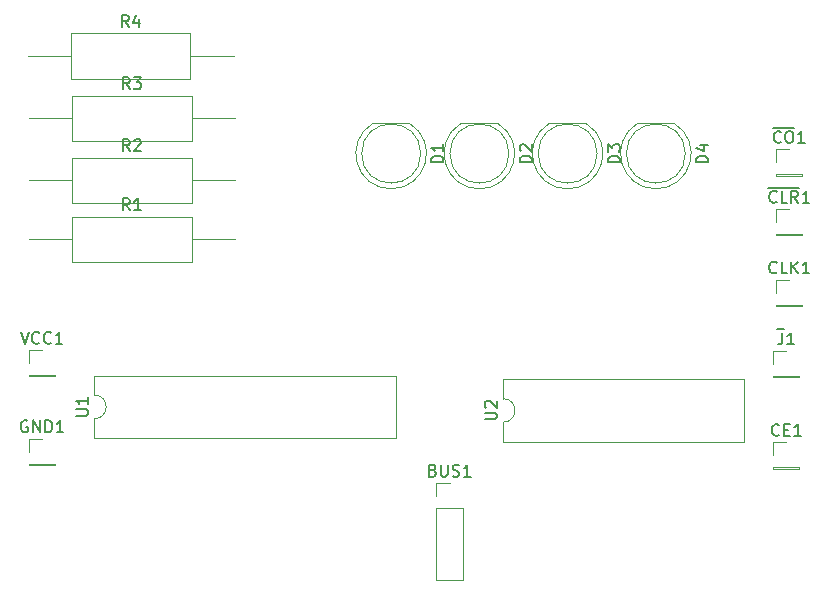
<source format=gto>
%TF.GenerationSoftware,KiCad,Pcbnew,9.0.3-9.0.3-0~ubuntu22.04.1*%
%TF.CreationDate,2025-07-10T12:20:13+05:30*%
%TF.ProjectId,ProgramCounter,50726f67-7261-46d4-936f-756e7465722e,rev?*%
%TF.SameCoordinates,Original*%
%TF.FileFunction,Legend,Top*%
%TF.FilePolarity,Positive*%
%FSLAX46Y46*%
G04 Gerber Fmt 4.6, Leading zero omitted, Abs format (unit mm)*
G04 Created by KiCad (PCBNEW 9.0.3-9.0.3-0~ubuntu22.04.1) date 2025-07-10 12:20:13*
%MOMM*%
%LPD*%
G01*
G04 APERTURE LIST*
%ADD10C,0.150000*%
%ADD11C,0.120000*%
G04 APERTURE END LIST*
D10*
X43423333Y-50534819D02*
X43090000Y-50058628D01*
X42851905Y-50534819D02*
X42851905Y-49534819D01*
X42851905Y-49534819D02*
X43232857Y-49534819D01*
X43232857Y-49534819D02*
X43328095Y-49582438D01*
X43328095Y-49582438D02*
X43375714Y-49630057D01*
X43375714Y-49630057D02*
X43423333Y-49725295D01*
X43423333Y-49725295D02*
X43423333Y-49868152D01*
X43423333Y-49868152D02*
X43375714Y-49963390D01*
X43375714Y-49963390D02*
X43328095Y-50011009D01*
X43328095Y-50011009D02*
X43232857Y-50058628D01*
X43232857Y-50058628D02*
X42851905Y-50058628D01*
X44375714Y-50534819D02*
X43804286Y-50534819D01*
X44090000Y-50534819D02*
X44090000Y-49534819D01*
X44090000Y-49534819D02*
X43994762Y-49677676D01*
X43994762Y-49677676D02*
X43899524Y-49772914D01*
X43899524Y-49772914D02*
X43804286Y-49820533D01*
X38884819Y-67951904D02*
X39694342Y-67951904D01*
X39694342Y-67951904D02*
X39789580Y-67904285D01*
X39789580Y-67904285D02*
X39837200Y-67856666D01*
X39837200Y-67856666D02*
X39884819Y-67761428D01*
X39884819Y-67761428D02*
X39884819Y-67570952D01*
X39884819Y-67570952D02*
X39837200Y-67475714D01*
X39837200Y-67475714D02*
X39789580Y-67428095D01*
X39789580Y-67428095D02*
X39694342Y-67380476D01*
X39694342Y-67380476D02*
X38884819Y-67380476D01*
X39884819Y-66380476D02*
X39884819Y-66951904D01*
X39884819Y-66666190D02*
X38884819Y-66666190D01*
X38884819Y-66666190D02*
X39027676Y-66761428D01*
X39027676Y-66761428D02*
X39122914Y-66856666D01*
X39122914Y-66856666D02*
X39170533Y-66951904D01*
X73484819Y-68256904D02*
X74294342Y-68256904D01*
X74294342Y-68256904D02*
X74389580Y-68209285D01*
X74389580Y-68209285D02*
X74437200Y-68161666D01*
X74437200Y-68161666D02*
X74484819Y-68066428D01*
X74484819Y-68066428D02*
X74484819Y-67875952D01*
X74484819Y-67875952D02*
X74437200Y-67780714D01*
X74437200Y-67780714D02*
X74389580Y-67733095D01*
X74389580Y-67733095D02*
X74294342Y-67685476D01*
X74294342Y-67685476D02*
X73484819Y-67685476D01*
X73580057Y-67256904D02*
X73532438Y-67209285D01*
X73532438Y-67209285D02*
X73484819Y-67114047D01*
X73484819Y-67114047D02*
X73484819Y-66875952D01*
X73484819Y-66875952D02*
X73532438Y-66780714D01*
X73532438Y-66780714D02*
X73580057Y-66733095D01*
X73580057Y-66733095D02*
X73675295Y-66685476D01*
X73675295Y-66685476D02*
X73770533Y-66685476D01*
X73770533Y-66685476D02*
X73913390Y-66733095D01*
X73913390Y-66733095D02*
X74484819Y-67304523D01*
X74484819Y-67304523D02*
X74484819Y-66685476D01*
X84914819Y-46483094D02*
X83914819Y-46483094D01*
X83914819Y-46483094D02*
X83914819Y-46244999D01*
X83914819Y-46244999D02*
X83962438Y-46102142D01*
X83962438Y-46102142D02*
X84057676Y-46006904D01*
X84057676Y-46006904D02*
X84152914Y-45959285D01*
X84152914Y-45959285D02*
X84343390Y-45911666D01*
X84343390Y-45911666D02*
X84486247Y-45911666D01*
X84486247Y-45911666D02*
X84676723Y-45959285D01*
X84676723Y-45959285D02*
X84771961Y-46006904D01*
X84771961Y-46006904D02*
X84867200Y-46102142D01*
X84867200Y-46102142D02*
X84914819Y-46244999D01*
X84914819Y-46244999D02*
X84914819Y-46483094D01*
X83914819Y-45578332D02*
X83914819Y-44959285D01*
X83914819Y-44959285D02*
X84295771Y-45292618D01*
X84295771Y-45292618D02*
X84295771Y-45149761D01*
X84295771Y-45149761D02*
X84343390Y-45054523D01*
X84343390Y-45054523D02*
X84391009Y-45006904D01*
X84391009Y-45006904D02*
X84486247Y-44959285D01*
X84486247Y-44959285D02*
X84724342Y-44959285D01*
X84724342Y-44959285D02*
X84819580Y-45006904D01*
X84819580Y-45006904D02*
X84867200Y-45054523D01*
X84867200Y-45054523D02*
X84914819Y-45149761D01*
X84914819Y-45149761D02*
X84914819Y-45435475D01*
X84914819Y-45435475D02*
X84867200Y-45530713D01*
X84867200Y-45530713D02*
X84819580Y-45578332D01*
X98559523Y-44749580D02*
X98511904Y-44797200D01*
X98511904Y-44797200D02*
X98369047Y-44844819D01*
X98369047Y-44844819D02*
X98273809Y-44844819D01*
X98273809Y-44844819D02*
X98130952Y-44797200D01*
X98130952Y-44797200D02*
X98035714Y-44701961D01*
X98035714Y-44701961D02*
X97988095Y-44606723D01*
X97988095Y-44606723D02*
X97940476Y-44416247D01*
X97940476Y-44416247D02*
X97940476Y-44273390D01*
X97940476Y-44273390D02*
X97988095Y-44082914D01*
X97988095Y-44082914D02*
X98035714Y-43987676D01*
X98035714Y-43987676D02*
X98130952Y-43892438D01*
X98130952Y-43892438D02*
X98273809Y-43844819D01*
X98273809Y-43844819D02*
X98369047Y-43844819D01*
X98369047Y-43844819D02*
X98511904Y-43892438D01*
X98511904Y-43892438D02*
X98559523Y-43940057D01*
X99178571Y-43844819D02*
X99369047Y-43844819D01*
X99369047Y-43844819D02*
X99464285Y-43892438D01*
X99464285Y-43892438D02*
X99559523Y-43987676D01*
X99559523Y-43987676D02*
X99607142Y-44178152D01*
X99607142Y-44178152D02*
X99607142Y-44511485D01*
X99607142Y-44511485D02*
X99559523Y-44701961D01*
X99559523Y-44701961D02*
X99464285Y-44797200D01*
X99464285Y-44797200D02*
X99369047Y-44844819D01*
X99369047Y-44844819D02*
X99178571Y-44844819D01*
X99178571Y-44844819D02*
X99083333Y-44797200D01*
X99083333Y-44797200D02*
X98988095Y-44701961D01*
X98988095Y-44701961D02*
X98940476Y-44511485D01*
X98940476Y-44511485D02*
X98940476Y-44178152D01*
X98940476Y-44178152D02*
X98988095Y-43987676D01*
X98988095Y-43987676D02*
X99083333Y-43892438D01*
X99083333Y-43892438D02*
X99178571Y-43844819D01*
X97850000Y-43567200D02*
X99697619Y-43567200D01*
X100559523Y-44844819D02*
X99988095Y-44844819D01*
X100273809Y-44844819D02*
X100273809Y-43844819D01*
X100273809Y-43844819D02*
X100178571Y-43987676D01*
X100178571Y-43987676D02*
X100083333Y-44082914D01*
X100083333Y-44082914D02*
X99988095Y-44130533D01*
X34761904Y-68392438D02*
X34666666Y-68344819D01*
X34666666Y-68344819D02*
X34523809Y-68344819D01*
X34523809Y-68344819D02*
X34380952Y-68392438D01*
X34380952Y-68392438D02*
X34285714Y-68487676D01*
X34285714Y-68487676D02*
X34238095Y-68582914D01*
X34238095Y-68582914D02*
X34190476Y-68773390D01*
X34190476Y-68773390D02*
X34190476Y-68916247D01*
X34190476Y-68916247D02*
X34238095Y-69106723D01*
X34238095Y-69106723D02*
X34285714Y-69201961D01*
X34285714Y-69201961D02*
X34380952Y-69297200D01*
X34380952Y-69297200D02*
X34523809Y-69344819D01*
X34523809Y-69344819D02*
X34619047Y-69344819D01*
X34619047Y-69344819D02*
X34761904Y-69297200D01*
X34761904Y-69297200D02*
X34809523Y-69249580D01*
X34809523Y-69249580D02*
X34809523Y-68916247D01*
X34809523Y-68916247D02*
X34619047Y-68916247D01*
X35238095Y-69344819D02*
X35238095Y-68344819D01*
X35238095Y-68344819D02*
X35809523Y-69344819D01*
X35809523Y-69344819D02*
X35809523Y-68344819D01*
X36285714Y-69344819D02*
X36285714Y-68344819D01*
X36285714Y-68344819D02*
X36523809Y-68344819D01*
X36523809Y-68344819D02*
X36666666Y-68392438D01*
X36666666Y-68392438D02*
X36761904Y-68487676D01*
X36761904Y-68487676D02*
X36809523Y-68582914D01*
X36809523Y-68582914D02*
X36857142Y-68773390D01*
X36857142Y-68773390D02*
X36857142Y-68916247D01*
X36857142Y-68916247D02*
X36809523Y-69106723D01*
X36809523Y-69106723D02*
X36761904Y-69201961D01*
X36761904Y-69201961D02*
X36666666Y-69297200D01*
X36666666Y-69297200D02*
X36523809Y-69344819D01*
X36523809Y-69344819D02*
X36285714Y-69344819D01*
X37809523Y-69344819D02*
X37238095Y-69344819D01*
X37523809Y-69344819D02*
X37523809Y-68344819D01*
X37523809Y-68344819D02*
X37428571Y-68487676D01*
X37428571Y-68487676D02*
X37333333Y-68582914D01*
X37333333Y-68582914D02*
X37238095Y-68630533D01*
X98198571Y-49804580D02*
X98150952Y-49852200D01*
X98150952Y-49852200D02*
X98008095Y-49899819D01*
X98008095Y-49899819D02*
X97912857Y-49899819D01*
X97912857Y-49899819D02*
X97770000Y-49852200D01*
X97770000Y-49852200D02*
X97674762Y-49756961D01*
X97674762Y-49756961D02*
X97627143Y-49661723D01*
X97627143Y-49661723D02*
X97579524Y-49471247D01*
X97579524Y-49471247D02*
X97579524Y-49328390D01*
X97579524Y-49328390D02*
X97627143Y-49137914D01*
X97627143Y-49137914D02*
X97674762Y-49042676D01*
X97674762Y-49042676D02*
X97770000Y-48947438D01*
X97770000Y-48947438D02*
X97912857Y-48899819D01*
X97912857Y-48899819D02*
X98008095Y-48899819D01*
X98008095Y-48899819D02*
X98150952Y-48947438D01*
X98150952Y-48947438D02*
X98198571Y-48995057D01*
X99103333Y-49899819D02*
X98627143Y-49899819D01*
X98627143Y-49899819D02*
X98627143Y-48899819D01*
X100008095Y-49899819D02*
X99674762Y-49423628D01*
X99436667Y-49899819D02*
X99436667Y-48899819D01*
X99436667Y-48899819D02*
X99817619Y-48899819D01*
X99817619Y-48899819D02*
X99912857Y-48947438D01*
X99912857Y-48947438D02*
X99960476Y-48995057D01*
X99960476Y-48995057D02*
X100008095Y-49090295D01*
X100008095Y-49090295D02*
X100008095Y-49233152D01*
X100008095Y-49233152D02*
X99960476Y-49328390D01*
X99960476Y-49328390D02*
X99912857Y-49376009D01*
X99912857Y-49376009D02*
X99817619Y-49423628D01*
X99817619Y-49423628D02*
X99436667Y-49423628D01*
X97489048Y-48622200D02*
X100098572Y-48622200D01*
X100960476Y-49899819D02*
X100389048Y-49899819D01*
X100674762Y-49899819D02*
X100674762Y-48899819D01*
X100674762Y-48899819D02*
X100579524Y-49042676D01*
X100579524Y-49042676D02*
X100484286Y-49137914D01*
X100484286Y-49137914D02*
X100389048Y-49185533D01*
X98198571Y-55804580D02*
X98150952Y-55852200D01*
X98150952Y-55852200D02*
X98008095Y-55899819D01*
X98008095Y-55899819D02*
X97912857Y-55899819D01*
X97912857Y-55899819D02*
X97770000Y-55852200D01*
X97770000Y-55852200D02*
X97674762Y-55756961D01*
X97674762Y-55756961D02*
X97627143Y-55661723D01*
X97627143Y-55661723D02*
X97579524Y-55471247D01*
X97579524Y-55471247D02*
X97579524Y-55328390D01*
X97579524Y-55328390D02*
X97627143Y-55137914D01*
X97627143Y-55137914D02*
X97674762Y-55042676D01*
X97674762Y-55042676D02*
X97770000Y-54947438D01*
X97770000Y-54947438D02*
X97912857Y-54899819D01*
X97912857Y-54899819D02*
X98008095Y-54899819D01*
X98008095Y-54899819D02*
X98150952Y-54947438D01*
X98150952Y-54947438D02*
X98198571Y-54995057D01*
X99103333Y-55899819D02*
X98627143Y-55899819D01*
X98627143Y-55899819D02*
X98627143Y-54899819D01*
X99436667Y-55899819D02*
X99436667Y-54899819D01*
X100008095Y-55899819D02*
X99579524Y-55328390D01*
X100008095Y-54899819D02*
X99436667Y-55471247D01*
X100960476Y-55899819D02*
X100389048Y-55899819D01*
X100674762Y-55899819D02*
X100674762Y-54899819D01*
X100674762Y-54899819D02*
X100579524Y-55042676D01*
X100579524Y-55042676D02*
X100484286Y-55137914D01*
X100484286Y-55137914D02*
X100389048Y-55185533D01*
X77444819Y-46483094D02*
X76444819Y-46483094D01*
X76444819Y-46483094D02*
X76444819Y-46244999D01*
X76444819Y-46244999D02*
X76492438Y-46102142D01*
X76492438Y-46102142D02*
X76587676Y-46006904D01*
X76587676Y-46006904D02*
X76682914Y-45959285D01*
X76682914Y-45959285D02*
X76873390Y-45911666D01*
X76873390Y-45911666D02*
X77016247Y-45911666D01*
X77016247Y-45911666D02*
X77206723Y-45959285D01*
X77206723Y-45959285D02*
X77301961Y-46006904D01*
X77301961Y-46006904D02*
X77397200Y-46102142D01*
X77397200Y-46102142D02*
X77444819Y-46244999D01*
X77444819Y-46244999D02*
X77444819Y-46483094D01*
X76540057Y-45530713D02*
X76492438Y-45483094D01*
X76492438Y-45483094D02*
X76444819Y-45387856D01*
X76444819Y-45387856D02*
X76444819Y-45149761D01*
X76444819Y-45149761D02*
X76492438Y-45054523D01*
X76492438Y-45054523D02*
X76540057Y-45006904D01*
X76540057Y-45006904D02*
X76635295Y-44959285D01*
X76635295Y-44959285D02*
X76730533Y-44959285D01*
X76730533Y-44959285D02*
X76873390Y-45006904D01*
X76873390Y-45006904D02*
X77444819Y-45578332D01*
X77444819Y-45578332D02*
X77444819Y-44959285D01*
X92384819Y-46483094D02*
X91384819Y-46483094D01*
X91384819Y-46483094D02*
X91384819Y-46244999D01*
X91384819Y-46244999D02*
X91432438Y-46102142D01*
X91432438Y-46102142D02*
X91527676Y-46006904D01*
X91527676Y-46006904D02*
X91622914Y-45959285D01*
X91622914Y-45959285D02*
X91813390Y-45911666D01*
X91813390Y-45911666D02*
X91956247Y-45911666D01*
X91956247Y-45911666D02*
X92146723Y-45959285D01*
X92146723Y-45959285D02*
X92241961Y-46006904D01*
X92241961Y-46006904D02*
X92337200Y-46102142D01*
X92337200Y-46102142D02*
X92384819Y-46244999D01*
X92384819Y-46244999D02*
X92384819Y-46483094D01*
X91718152Y-45054523D02*
X92384819Y-45054523D01*
X91337200Y-45292618D02*
X92051485Y-45530713D01*
X92051485Y-45530713D02*
X92051485Y-44911666D01*
X43423333Y-45534819D02*
X43090000Y-45058628D01*
X42851905Y-45534819D02*
X42851905Y-44534819D01*
X42851905Y-44534819D02*
X43232857Y-44534819D01*
X43232857Y-44534819D02*
X43328095Y-44582438D01*
X43328095Y-44582438D02*
X43375714Y-44630057D01*
X43375714Y-44630057D02*
X43423333Y-44725295D01*
X43423333Y-44725295D02*
X43423333Y-44868152D01*
X43423333Y-44868152D02*
X43375714Y-44963390D01*
X43375714Y-44963390D02*
X43328095Y-45011009D01*
X43328095Y-45011009D02*
X43232857Y-45058628D01*
X43232857Y-45058628D02*
X42851905Y-45058628D01*
X43804286Y-44630057D02*
X43851905Y-44582438D01*
X43851905Y-44582438D02*
X43947143Y-44534819D01*
X43947143Y-44534819D02*
X44185238Y-44534819D01*
X44185238Y-44534819D02*
X44280476Y-44582438D01*
X44280476Y-44582438D02*
X44328095Y-44630057D01*
X44328095Y-44630057D02*
X44375714Y-44725295D01*
X44375714Y-44725295D02*
X44375714Y-44820533D01*
X44375714Y-44820533D02*
X44328095Y-44963390D01*
X44328095Y-44963390D02*
X43756667Y-45534819D01*
X43756667Y-45534819D02*
X44375714Y-45534819D01*
X98686666Y-60899819D02*
X98686666Y-61614104D01*
X98686666Y-61614104D02*
X98639047Y-61756961D01*
X98639047Y-61756961D02*
X98543809Y-61852200D01*
X98543809Y-61852200D02*
X98400952Y-61899819D01*
X98400952Y-61899819D02*
X98305714Y-61899819D01*
X98262857Y-60622200D02*
X98824762Y-60622200D01*
X99686666Y-61899819D02*
X99115238Y-61899819D01*
X99400952Y-61899819D02*
X99400952Y-60899819D01*
X99400952Y-60899819D02*
X99305714Y-61042676D01*
X99305714Y-61042676D02*
X99210476Y-61137914D01*
X99210476Y-61137914D02*
X99115238Y-61185533D01*
X34190476Y-60844819D02*
X34523809Y-61844819D01*
X34523809Y-61844819D02*
X34857142Y-60844819D01*
X35761904Y-61749580D02*
X35714285Y-61797200D01*
X35714285Y-61797200D02*
X35571428Y-61844819D01*
X35571428Y-61844819D02*
X35476190Y-61844819D01*
X35476190Y-61844819D02*
X35333333Y-61797200D01*
X35333333Y-61797200D02*
X35238095Y-61701961D01*
X35238095Y-61701961D02*
X35190476Y-61606723D01*
X35190476Y-61606723D02*
X35142857Y-61416247D01*
X35142857Y-61416247D02*
X35142857Y-61273390D01*
X35142857Y-61273390D02*
X35190476Y-61082914D01*
X35190476Y-61082914D02*
X35238095Y-60987676D01*
X35238095Y-60987676D02*
X35333333Y-60892438D01*
X35333333Y-60892438D02*
X35476190Y-60844819D01*
X35476190Y-60844819D02*
X35571428Y-60844819D01*
X35571428Y-60844819D02*
X35714285Y-60892438D01*
X35714285Y-60892438D02*
X35761904Y-60940057D01*
X36761904Y-61749580D02*
X36714285Y-61797200D01*
X36714285Y-61797200D02*
X36571428Y-61844819D01*
X36571428Y-61844819D02*
X36476190Y-61844819D01*
X36476190Y-61844819D02*
X36333333Y-61797200D01*
X36333333Y-61797200D02*
X36238095Y-61701961D01*
X36238095Y-61701961D02*
X36190476Y-61606723D01*
X36190476Y-61606723D02*
X36142857Y-61416247D01*
X36142857Y-61416247D02*
X36142857Y-61273390D01*
X36142857Y-61273390D02*
X36190476Y-61082914D01*
X36190476Y-61082914D02*
X36238095Y-60987676D01*
X36238095Y-60987676D02*
X36333333Y-60892438D01*
X36333333Y-60892438D02*
X36476190Y-60844819D01*
X36476190Y-60844819D02*
X36571428Y-60844819D01*
X36571428Y-60844819D02*
X36714285Y-60892438D01*
X36714285Y-60892438D02*
X36761904Y-60940057D01*
X37714285Y-61844819D02*
X37142857Y-61844819D01*
X37428571Y-61844819D02*
X37428571Y-60844819D01*
X37428571Y-60844819D02*
X37333333Y-60987676D01*
X37333333Y-60987676D02*
X37238095Y-61082914D01*
X37238095Y-61082914D02*
X37142857Y-61130533D01*
X69974819Y-46483094D02*
X68974819Y-46483094D01*
X68974819Y-46483094D02*
X68974819Y-46244999D01*
X68974819Y-46244999D02*
X69022438Y-46102142D01*
X69022438Y-46102142D02*
X69117676Y-46006904D01*
X69117676Y-46006904D02*
X69212914Y-45959285D01*
X69212914Y-45959285D02*
X69403390Y-45911666D01*
X69403390Y-45911666D02*
X69546247Y-45911666D01*
X69546247Y-45911666D02*
X69736723Y-45959285D01*
X69736723Y-45959285D02*
X69831961Y-46006904D01*
X69831961Y-46006904D02*
X69927200Y-46102142D01*
X69927200Y-46102142D02*
X69974819Y-46244999D01*
X69974819Y-46244999D02*
X69974819Y-46483094D01*
X69974819Y-44959285D02*
X69974819Y-45530713D01*
X69974819Y-45244999D02*
X68974819Y-45244999D01*
X68974819Y-45244999D02*
X69117676Y-45340237D01*
X69117676Y-45340237D02*
X69212914Y-45435475D01*
X69212914Y-45435475D02*
X69260533Y-45530713D01*
X98400952Y-69554580D02*
X98353333Y-69602200D01*
X98353333Y-69602200D02*
X98210476Y-69649819D01*
X98210476Y-69649819D02*
X98115238Y-69649819D01*
X98115238Y-69649819D02*
X97972381Y-69602200D01*
X97972381Y-69602200D02*
X97877143Y-69506961D01*
X97877143Y-69506961D02*
X97829524Y-69411723D01*
X97829524Y-69411723D02*
X97781905Y-69221247D01*
X97781905Y-69221247D02*
X97781905Y-69078390D01*
X97781905Y-69078390D02*
X97829524Y-68887914D01*
X97829524Y-68887914D02*
X97877143Y-68792676D01*
X97877143Y-68792676D02*
X97972381Y-68697438D01*
X97972381Y-68697438D02*
X98115238Y-68649819D01*
X98115238Y-68649819D02*
X98210476Y-68649819D01*
X98210476Y-68649819D02*
X98353333Y-68697438D01*
X98353333Y-68697438D02*
X98400952Y-68745057D01*
X98829524Y-69126009D02*
X99162857Y-69126009D01*
X99305714Y-69649819D02*
X98829524Y-69649819D01*
X98829524Y-69649819D02*
X98829524Y-68649819D01*
X98829524Y-68649819D02*
X99305714Y-68649819D01*
X100258095Y-69649819D02*
X99686667Y-69649819D01*
X99972381Y-69649819D02*
X99972381Y-68649819D01*
X99972381Y-68649819D02*
X99877143Y-68792676D01*
X99877143Y-68792676D02*
X99781905Y-68887914D01*
X99781905Y-68887914D02*
X99686667Y-68935533D01*
X43333333Y-35034819D02*
X43000000Y-34558628D01*
X42761905Y-35034819D02*
X42761905Y-34034819D01*
X42761905Y-34034819D02*
X43142857Y-34034819D01*
X43142857Y-34034819D02*
X43238095Y-34082438D01*
X43238095Y-34082438D02*
X43285714Y-34130057D01*
X43285714Y-34130057D02*
X43333333Y-34225295D01*
X43333333Y-34225295D02*
X43333333Y-34368152D01*
X43333333Y-34368152D02*
X43285714Y-34463390D01*
X43285714Y-34463390D02*
X43238095Y-34511009D01*
X43238095Y-34511009D02*
X43142857Y-34558628D01*
X43142857Y-34558628D02*
X42761905Y-34558628D01*
X44190476Y-34368152D02*
X44190476Y-35034819D01*
X43952381Y-33987200D02*
X43714286Y-34701485D01*
X43714286Y-34701485D02*
X44333333Y-34701485D01*
X69095238Y-72571009D02*
X69238095Y-72618628D01*
X69238095Y-72618628D02*
X69285714Y-72666247D01*
X69285714Y-72666247D02*
X69333333Y-72761485D01*
X69333333Y-72761485D02*
X69333333Y-72904342D01*
X69333333Y-72904342D02*
X69285714Y-72999580D01*
X69285714Y-72999580D02*
X69238095Y-73047200D01*
X69238095Y-73047200D02*
X69142857Y-73094819D01*
X69142857Y-73094819D02*
X68761905Y-73094819D01*
X68761905Y-73094819D02*
X68761905Y-72094819D01*
X68761905Y-72094819D02*
X69095238Y-72094819D01*
X69095238Y-72094819D02*
X69190476Y-72142438D01*
X69190476Y-72142438D02*
X69238095Y-72190057D01*
X69238095Y-72190057D02*
X69285714Y-72285295D01*
X69285714Y-72285295D02*
X69285714Y-72380533D01*
X69285714Y-72380533D02*
X69238095Y-72475771D01*
X69238095Y-72475771D02*
X69190476Y-72523390D01*
X69190476Y-72523390D02*
X69095238Y-72571009D01*
X69095238Y-72571009D02*
X68761905Y-72571009D01*
X69761905Y-72094819D02*
X69761905Y-72904342D01*
X69761905Y-72904342D02*
X69809524Y-72999580D01*
X69809524Y-72999580D02*
X69857143Y-73047200D01*
X69857143Y-73047200D02*
X69952381Y-73094819D01*
X69952381Y-73094819D02*
X70142857Y-73094819D01*
X70142857Y-73094819D02*
X70238095Y-73047200D01*
X70238095Y-73047200D02*
X70285714Y-72999580D01*
X70285714Y-72999580D02*
X70333333Y-72904342D01*
X70333333Y-72904342D02*
X70333333Y-72094819D01*
X70761905Y-73047200D02*
X70904762Y-73094819D01*
X70904762Y-73094819D02*
X71142857Y-73094819D01*
X71142857Y-73094819D02*
X71238095Y-73047200D01*
X71238095Y-73047200D02*
X71285714Y-72999580D01*
X71285714Y-72999580D02*
X71333333Y-72904342D01*
X71333333Y-72904342D02*
X71333333Y-72809104D01*
X71333333Y-72809104D02*
X71285714Y-72713866D01*
X71285714Y-72713866D02*
X71238095Y-72666247D01*
X71238095Y-72666247D02*
X71142857Y-72618628D01*
X71142857Y-72618628D02*
X70952381Y-72571009D01*
X70952381Y-72571009D02*
X70857143Y-72523390D01*
X70857143Y-72523390D02*
X70809524Y-72475771D01*
X70809524Y-72475771D02*
X70761905Y-72380533D01*
X70761905Y-72380533D02*
X70761905Y-72285295D01*
X70761905Y-72285295D02*
X70809524Y-72190057D01*
X70809524Y-72190057D02*
X70857143Y-72142438D01*
X70857143Y-72142438D02*
X70952381Y-72094819D01*
X70952381Y-72094819D02*
X71190476Y-72094819D01*
X71190476Y-72094819D02*
X71333333Y-72142438D01*
X72285714Y-73094819D02*
X71714286Y-73094819D01*
X72000000Y-73094819D02*
X72000000Y-72094819D01*
X72000000Y-72094819D02*
X71904762Y-72237676D01*
X71904762Y-72237676D02*
X71809524Y-72332914D01*
X71809524Y-72332914D02*
X71714286Y-72380533D01*
X43423333Y-40284819D02*
X43090000Y-39808628D01*
X42851905Y-40284819D02*
X42851905Y-39284819D01*
X42851905Y-39284819D02*
X43232857Y-39284819D01*
X43232857Y-39284819D02*
X43328095Y-39332438D01*
X43328095Y-39332438D02*
X43375714Y-39380057D01*
X43375714Y-39380057D02*
X43423333Y-39475295D01*
X43423333Y-39475295D02*
X43423333Y-39618152D01*
X43423333Y-39618152D02*
X43375714Y-39713390D01*
X43375714Y-39713390D02*
X43328095Y-39761009D01*
X43328095Y-39761009D02*
X43232857Y-39808628D01*
X43232857Y-39808628D02*
X42851905Y-39808628D01*
X43756667Y-39284819D02*
X44375714Y-39284819D01*
X44375714Y-39284819D02*
X44042381Y-39665771D01*
X44042381Y-39665771D02*
X44185238Y-39665771D01*
X44185238Y-39665771D02*
X44280476Y-39713390D01*
X44280476Y-39713390D02*
X44328095Y-39761009D01*
X44328095Y-39761009D02*
X44375714Y-39856247D01*
X44375714Y-39856247D02*
X44375714Y-40094342D01*
X44375714Y-40094342D02*
X44328095Y-40189580D01*
X44328095Y-40189580D02*
X44280476Y-40237200D01*
X44280476Y-40237200D02*
X44185238Y-40284819D01*
X44185238Y-40284819D02*
X43899524Y-40284819D01*
X43899524Y-40284819D02*
X43804286Y-40237200D01*
X43804286Y-40237200D02*
X43756667Y-40189580D01*
D11*
%TO.C,R1*%
X34870000Y-53000000D02*
X38520000Y-53000000D01*
X52310000Y-53000000D02*
X48660000Y-53000000D01*
X38520000Y-51080000D02*
X48660000Y-51080000D01*
X48660000Y-54920000D01*
X38520000Y-54920000D01*
X38520000Y-51080000D01*
%TO.C,U1*%
X40430000Y-64540000D02*
X40430000Y-66190000D01*
X40430000Y-68190000D02*
X40430000Y-69840000D01*
X40430000Y-69840000D02*
X65950000Y-69840000D01*
X65950000Y-64540000D02*
X40430000Y-64540000D01*
X65950000Y-69840000D02*
X65950000Y-64540000D01*
X40430000Y-66190000D02*
G75*
G02*
X40430000Y-68190000I0J-1000000D01*
G01*
%TO.C,U2*%
X75030000Y-64845000D02*
X75030000Y-66495000D01*
X75030000Y-68495000D02*
X75030000Y-70145000D01*
X75030000Y-70145000D02*
X95470000Y-70145000D01*
X95470000Y-64845000D02*
X75030000Y-64845000D01*
X95470000Y-70145000D02*
X95470000Y-64845000D01*
X75030000Y-66495000D02*
G75*
G02*
X75030000Y-68495000I0J-1000000D01*
G01*
%TO.C,D3*%
X82045000Y-43185000D02*
X78955000Y-43185000D01*
X80500000Y-48735000D02*
G75*
G02*
X78955170Y-43185000I0J2990000D01*
G01*
X82044830Y-43185000D02*
G75*
G02*
X80500000Y-48735000I-1544830J-2560000D01*
G01*
X83000000Y-45745000D02*
G75*
G02*
X78000000Y-45745000I-2500000J0D01*
G01*
X78000000Y-45745000D02*
G75*
G02*
X83000000Y-45745000I2500000J0D01*
G01*
%TO.C,~{CO}1*%
X98140000Y-45390000D02*
X99250000Y-45390000D01*
X98140000Y-46500000D02*
X98140000Y-45390000D01*
X98140000Y-47500000D02*
X98140000Y-47610000D01*
X98140000Y-47500000D02*
X100360000Y-47500000D01*
X98140000Y-47610000D02*
X100360000Y-47610000D01*
X100360000Y-47500000D02*
X100360000Y-47610000D01*
%TO.C,GND1*%
X34890000Y-69890000D02*
X36000000Y-69890000D01*
X34890000Y-71000000D02*
X34890000Y-69890000D01*
X34890000Y-72000000D02*
X34890000Y-72110000D01*
X34890000Y-72000000D02*
X37110000Y-72000000D01*
X34890000Y-72110000D02*
X37110000Y-72110000D01*
X37110000Y-72000000D02*
X37110000Y-72110000D01*
%TO.C,~{CLR}1*%
X98160000Y-50445000D02*
X99270000Y-50445000D01*
X98160000Y-51555000D02*
X98160000Y-50445000D01*
X98160000Y-52555000D02*
X98160000Y-52665000D01*
X98160000Y-52555000D02*
X100380000Y-52555000D01*
X98160000Y-52665000D02*
X100380000Y-52665000D01*
X100380000Y-52555000D02*
X100380000Y-52665000D01*
%TO.C,CLK1*%
X98160000Y-56445000D02*
X99270000Y-56445000D01*
X98160000Y-57555000D02*
X98160000Y-56445000D01*
X98160000Y-58555000D02*
X98160000Y-58665000D01*
X98160000Y-58555000D02*
X100380000Y-58555000D01*
X98160000Y-58665000D02*
X100380000Y-58665000D01*
X100380000Y-58555000D02*
X100380000Y-58665000D01*
%TO.C,D2*%
X74575000Y-43185000D02*
X71485000Y-43185000D01*
X73030000Y-48735000D02*
G75*
G02*
X71485170Y-43185000I0J2990000D01*
G01*
X74574830Y-43185000D02*
G75*
G02*
X73030000Y-48735000I-1544830J-2560000D01*
G01*
X75530000Y-45745000D02*
G75*
G02*
X70530000Y-45745000I-2500000J0D01*
G01*
X70530000Y-45745000D02*
G75*
G02*
X75530000Y-45745000I2500000J0D01*
G01*
%TO.C,D4*%
X89515000Y-43185000D02*
X86425000Y-43185000D01*
X87970000Y-48735000D02*
G75*
G02*
X86425170Y-43185000I0J2990000D01*
G01*
X89514830Y-43185000D02*
G75*
G02*
X87970000Y-48735000I-1544830J-2560000D01*
G01*
X90470000Y-45745000D02*
G75*
G02*
X85470000Y-45745000I-2500000J0D01*
G01*
X85470000Y-45745000D02*
G75*
G02*
X90470000Y-45745000I2500000J0D01*
G01*
%TO.C,R2*%
X34870000Y-48000000D02*
X38520000Y-48000000D01*
X52310000Y-48000000D02*
X48660000Y-48000000D01*
X38520000Y-46080000D02*
X48660000Y-46080000D01*
X48660000Y-49920000D01*
X38520000Y-49920000D01*
X38520000Y-46080000D01*
%TO.C,~{J}1*%
X97910000Y-62445000D02*
X99020000Y-62445000D01*
X97910000Y-63555000D02*
X97910000Y-62445000D01*
X97910000Y-64555000D02*
X97910000Y-64665000D01*
X97910000Y-64555000D02*
X100130000Y-64555000D01*
X97910000Y-64665000D02*
X100130000Y-64665000D01*
X100130000Y-64555000D02*
X100130000Y-64665000D01*
%TO.C,VCC1*%
X34890000Y-62390000D02*
X36000000Y-62390000D01*
X34890000Y-63500000D02*
X34890000Y-62390000D01*
X34890000Y-64500000D02*
X34890000Y-64610000D01*
X34890000Y-64500000D02*
X37110000Y-64500000D01*
X34890000Y-64610000D02*
X37110000Y-64610000D01*
X37110000Y-64500000D02*
X37110000Y-64610000D01*
%TO.C,D1*%
X67105000Y-43185000D02*
X64015000Y-43185000D01*
X65560000Y-48735000D02*
G75*
G02*
X64015170Y-43185000I0J2990000D01*
G01*
X67104830Y-43185000D02*
G75*
G02*
X65560000Y-48735000I-1544830J-2560000D01*
G01*
X68060000Y-45745000D02*
G75*
G02*
X63060000Y-45745000I-2500000J0D01*
G01*
X63060000Y-45745000D02*
G75*
G02*
X68060000Y-45745000I2500000J0D01*
G01*
%TO.C,CE1*%
X97910000Y-70195000D02*
X99020000Y-70195000D01*
X97910000Y-71305000D02*
X97910000Y-70195000D01*
X97910000Y-72305000D02*
X97910000Y-72415000D01*
X97910000Y-72305000D02*
X100130000Y-72305000D01*
X97910000Y-72415000D02*
X100130000Y-72415000D01*
X100130000Y-72305000D02*
X100130000Y-72415000D01*
%TO.C,R4*%
X34780000Y-37500000D02*
X38430000Y-37500000D01*
X52220000Y-37500000D02*
X48570000Y-37500000D01*
X38430000Y-35580000D02*
X48570000Y-35580000D01*
X48570000Y-39420000D01*
X38430000Y-39420000D01*
X38430000Y-35580000D01*
%TO.C,BUS1*%
X69390000Y-73640000D02*
X70500000Y-73640000D01*
X69390000Y-74750000D02*
X69390000Y-73640000D01*
X69390000Y-75750000D02*
X69390000Y-81860000D01*
X69390000Y-75750000D02*
X71610000Y-75750000D01*
X69390000Y-81860000D02*
X71610000Y-81860000D01*
X71610000Y-75750000D02*
X71610000Y-81860000D01*
%TO.C,R3*%
X34870000Y-42750000D02*
X38520000Y-42750000D01*
X52310000Y-42750000D02*
X48660000Y-42750000D01*
X38520000Y-40830000D02*
X48660000Y-40830000D01*
X48660000Y-44670000D01*
X38520000Y-44670000D01*
X38520000Y-40830000D01*
%TD*%
M02*

</source>
